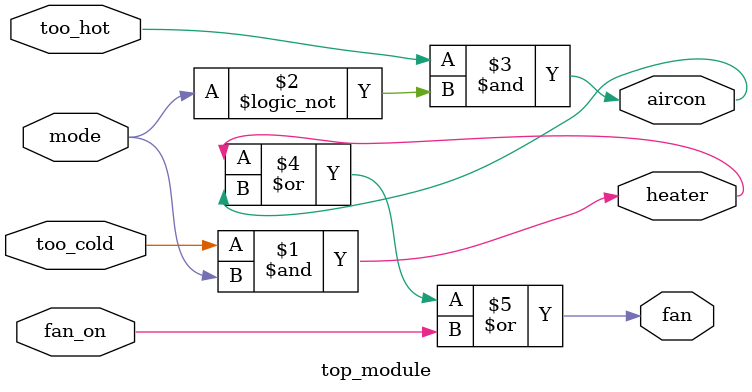
<source format=v>
/*Thermostat
ringerPreviousNextpopcount3
A heating/cooling thermostat controls both a heater (during winter) and an air conditioner (during summer). Implement a circuit that will turn on and off the heater, air conditioning, and blower fan as appropriate.

The thermostat can be in one of two modes: heating (mode = 1) and cooling (mode = 0). In heating mode, turn the heater on when it is too cold (too_cold = 1) but do not use the air conditioner. In cooling mode, turn the air conditioner on when it is too hot (too_hot = 1), but do not turn on the heater. When the heater or air conditioner are on, also turn on the fan to circulate the air. In addition, the user can also request the fan to turn on (fan_on = 1), even if the heater and air conditioner are off.

Try to use only assign statements, to see whether you can translate a problem description into a collection of logic gates.
*/
module top_module (
    input too_cold,
    input too_hot,
    input mode,
    input fan_on,
    output heater,
    output aircon,
    output fan
); 
assign heater = too_cold & mode;
assign aircon =too_hot &!mode;
assign fan= heater | aircon |fan_on;
            
            
        
endmodule


</source>
